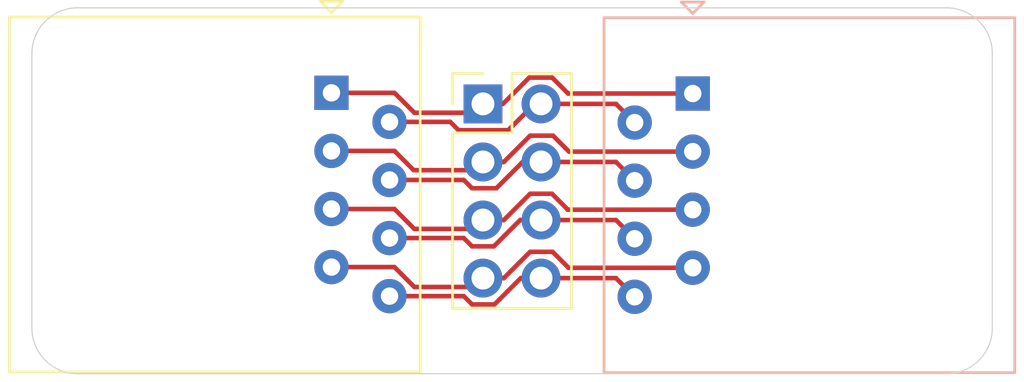
<source format=kicad_pcb>
(kicad_pcb (version 20240108) (generator "pcbnew") (generator_version "8.0")
  (title_block (title "Adaptor_RJ45") (date "2025-05-04") (rev "1.0") (company "NTURacing") (comment 1 "Jack Kuo"))
  (layers (0 "F.Cu" signal) (31 "B.Cu" signal) (34 "B.Paste" user) (35 "F.Paste" user) (36 "B.SilkS" user "B.Silkscreen") (37 "F.SilkS" user "F.Silkscreen") (38 "B.Mask" user) (39 "F.Mask" user) (44 "Edge.Cuts" user))
  (net 0 "")
  (net 1 "Net-(J3-Pin_6)")
  (net 2 "Net-(J3-Pin_8)")
  (net 3 "Net-(J3-Pin_3)")
  (net 4 "Net-(J3-Pin_4)")
  (net 5 "Net-(J3-Pin_1)")
  (net 6 "Net-(J3-Pin_5)")
  (net 7 "Net-(J3-Pin_2)")
  (net 8 "Net-(J3-Pin_7)")
  (footprint "Connector_PinHeader_2.54mm:PinHeader_2x04_P2.54mm_Vertical" (layer "F.Cu") (at 120.725 74.2)
    (property "Reference" "J3" (hide yes))
    (property "Value" "DIP")
    (fp_line (start -1.33 -1.33) (end 0 -1.33) (stroke (width 0.12)) (layer "F.SilkS"))
    (fp_line (start -1.33 0) (end -1.33 -1.33) (stroke (width 0.12)) (layer "F.SilkS"))
    (fp_line (start -1.33 1.27) (end -1.33 8.95) (stroke (width 0.12)) (layer "F.SilkS"))
    (fp_line (start -1.33 1.27) (end 1.27 1.27) (stroke (width 0.12)) (layer "F.SilkS"))
    (fp_line (start -1.33 8.95) (end 3.87 8.95) (stroke (width 0.12)) (layer "F.SilkS"))
    (fp_line (start 1.27 -1.33) (end 3.87 -1.33) (stroke (width 0.12)) (layer "F.SilkS"))
    (fp_line (start 1.27 1.27) (end 1.27 -1.33) (stroke (width 0.12)) (layer "F.SilkS"))
    (fp_line (start 3.87 -1.33) (end 3.87 8.95) (stroke (width 0.12)) (layer "F.SilkS"))
    (pad "1" thru_hole rect (at 0 0) (size 1.7 1.7) (drill 1) (layers "*.Cu" "*.Mask") (net 5 "Net-(J3-Pin_1)"))
    (pad "2" thru_hole oval (at 2.54 0) (size 1.7 1.7) (drill 1) (layers "*.Cu" "*.Mask") (net 7 "Net-(J3-Pin_2)"))
    (pad "3" thru_hole oval (at 0 2.54) (size 1.7 1.7) (drill 1) (layers "*.Cu" "*.Mask") (net 3 "Net-(J3-Pin_3)"))
    (pad "4" thru_hole oval (at 2.54 2.54) (size 1.7 1.7) (drill 1) (layers "*.Cu" "*.Mask") (net 4 "Net-(J3-Pin_4)"))
    (pad "5" thru_hole oval (at 0 5.08) (size 1.7 1.7) (drill 1) (layers "*.Cu" "*.Mask") (net 6 "Net-(J3-Pin_5)"))
    (pad "6" thru_hole oval (at 2.54 5.08) (size 1.7 1.7) (drill 1) (layers "*.Cu" "*.Mask") (net 1 "Net-(J3-Pin_6)"))
    (pad "7" thru_hole oval (at 0 7.62) (size 1.7 1.7) (drill 1) (layers "*.Cu" "*.Mask") (net 8 "Net-(J3-Pin_7)"))
    (pad "8" thru_hole oval (at 2.54 7.62) (size 1.7 1.7) (drill 1) (layers "*.Cu" "*.Mask") (net 2 "Net-(J3-Pin_8)"))
  )
  (footprint "Connector_RJ:RJ45_Amphenol_54602-x08_Horizontal" (layer "F.Cu") (at 114.1 73.7175 -90)
    (property "Reference" "J1" (hide yes))
    (property "Value" "RJ45")
    (fp_line (start -3.315 14.08) (end 12.205 14.08) (stroke (width 0.12)) (layer "F.SilkS"))
    (fp_line (start -4 0.5) (end -3.5 0) (stroke (width 0.12)) (layer "F.SilkS"))
    (fp_line (start -3.5 0) (end -4 -0.5) (stroke (width 0.12)) (layer "F.SilkS"))
    (fp_line (start -4 -0.5) (end -4 0.5) (stroke (width 0.12)) (layer "F.SilkS"))
    (fp_line (start -3.315 -3.88) (end -3.315 14.08) (stroke (width 0.12)) (layer "F.SilkS"))
    (fp_line (start 12.205 -3.88) (end 12.205 14.08) (stroke (width 0.12)) (layer "F.SilkS"))
    (fp_line (start 12.205 -3.88) (end -3.315 -3.88) (stroke (width 0.12)) (layer "F.SilkS"))
    (pad "" np_thru_hole circle (at -1.27 6.35 270) (size 3.2 3.2) (drill 3.2) (layers "*.Cu" "*.Mask"))
    (pad "" np_thru_hole circle (at 10.16 6.35 270) (size 3.2 3.2) (drill 3.2) (layers "*.Cu" "*.Mask"))
    (pad "1" thru_hole rect (at 0 0 270) (size 1.5 1.5) (drill 0.76) (layers "*.Cu" "*.Mask") (net 5 "Net-(J3-Pin_1)"))
    (pad "2" thru_hole circle (at 1.27 -2.54 270) (size 1.5 1.5) (drill 0.76) (layers "*.Cu" "*.Mask") (net 7 "Net-(J3-Pin_2)"))
    (pad "3" thru_hole circle (at 2.54 0 270) (size 1.5 1.5) (drill 0.76) (layers "*.Cu" "*.Mask") (net 3 "Net-(J3-Pin_3)"))
    (pad "4" thru_hole circle (at 3.81 -2.54 270) (size 1.5 1.5) (drill 0.76) (layers "*.Cu" "*.Mask") (net 4 "Net-(J3-Pin_4)"))
    (pad "5" thru_hole circle (at 5.08 0 270) (size 1.5 1.5) (drill 0.76) (layers "*.Cu" "*.Mask") (net 6 "Net-(J3-Pin_5)"))
    (pad "6" thru_hole circle (at 6.35 -2.54 270) (size 1.5 1.5) (drill 0.76) (layers "*.Cu" "*.Mask") (net 1 "Net-(J3-Pin_6)"))
    (pad "7" thru_hole circle (at 7.62 0 270) (size 1.5 1.5) (drill 0.76) (layers "*.Cu" "*.Mask") (net 8 "Net-(J3-Pin_7)"))
    (pad "8" thru_hole circle (at 8.89 -2.54 270) (size 1.5 1.5) (drill 0.76) (layers "*.Cu" "*.Mask") (net 2 "Net-(J3-Pin_8)"))
  )
  (footprint "Connector_RJ:RJ45_Amphenol_54602-x08_Horizontal" (layer "B.Cu") (at 129.9 73.7475 -90)
    (property "Reference" "J2" (hide yes))
    (property "Value" "RJ45")
    (fp_line (start -3.315 3.88) (end 12.205 3.88) (stroke (width 0.12)) (layer "B.SilkS"))
    (fp_line (start -4 0.5) (end -3.5 0) (stroke (width 0.12)) (layer "B.SilkS"))
    (fp_line (start -3.5 0) (end -4 -0.5) (stroke (width 0.12)) (layer "B.SilkS"))
    (fp_line (start -4 -0.5) (end -4 0.5) (stroke (width 0.12)) (layer "B.SilkS"))
    (fp_line (start -3.315 -14.08) (end -3.315 3.88) (stroke (width 0.12)) (layer "B.SilkS"))
    (fp_line (start 12.205 -14.08) (end 12.205 3.88) (stroke (width 0.12)) (layer "B.SilkS"))
    (fp_line (start 12.205 -14.08) (end -3.315 -14.08) (stroke (width 0.12)) (layer "B.SilkS"))
    (pad "" np_thru_hole circle (at -1.27 -6.35 270) (size 3.2 3.2) (drill 3.2) (layers "*.Cu" "*.Mask"))
    (pad "" np_thru_hole circle (at 10.16 -6.35 270) (size 3.2 3.2) (drill 3.2) (layers "*.Cu" "*.Mask"))
    (pad "1" thru_hole rect (at 0 0 270) (size 1.5 1.5) (drill 0.76) (layers "*.Cu" "*.Mask") (net 5 "Net-(J3-Pin_1)"))
    (pad "2" thru_hole circle (at 1.27 2.54 270) (size 1.5 1.5) (drill 0.76) (layers "*.Cu" "*.Mask") (net 7 "Net-(J3-Pin_2)"))
    (pad "3" thru_hole circle (at 2.54 0 270) (size 1.5 1.5) (drill 0.76) (layers "*.Cu" "*.Mask") (net 3 "Net-(J3-Pin_3)"))
    (pad "4" thru_hole circle (at 3.81 2.54 270) (size 1.5 1.5) (drill 0.76) (layers "*.Cu" "*.Mask") (net 4 "Net-(J3-Pin_4)"))
    (pad "5" thru_hole circle (at 5.08 0 270) (size 1.5 1.5) (drill 0.76) (layers "*.Cu" "*.Mask") (net 6 "Net-(J3-Pin_5)"))
    (pad "6" thru_hole circle (at 6.35 2.54 270) (size 1.5 1.5) (drill 0.76) (layers "*.Cu" "*.Mask") (net 1 "Net-(J3-Pin_6)"))
    (pad "7" thru_hole circle (at 7.62 0 270) (size 1.5 1.5) (drill 0.76) (layers "*.Cu" "*.Mask") (net 8 "Net-(J3-Pin_7)"))
    (pad "8" thru_hole circle (at 8.89 2.54 270) (size 1.5 1.5) (drill 0.76) (layers "*.Cu" "*.Mask") (net 2 "Net-(J3-Pin_8)"))
  )
  (gr_arc (start 101 72) (mid 101.585786 70.585786) (end 103 70) (stroke (width 0.05)) (layer "Edge.Cuts"))
  (gr_arc (start 103 86) (mid 101.585786 85.414214) (end 101 84) (stroke (width 0.05)) (layer "Edge.Cuts"))
  (gr_line (start 103 70) (end 141 70) (stroke (width 0.05)) (layer "Edge.Cuts"))
  (gr_line (start 141 86) (end 103 86) (stroke (width 0.05)) (layer "Edge.Cuts"))
  (gr_line (start 101 84) (end 101 72) (stroke (width 0.05)) (layer "Edge.Cuts"))
  (gr_line (start 143 72) (end 143 84) (stroke (width 0.05)) (layer "Edge.Cuts"))
  (gr_arc (start 141 70) (mid 142.414214 70.585786) (end 143 72) (stroke (width 0.05)) (layer "Edge.Cuts"))
  (gr_arc (start 143 84) (mid 142.414214 85.414214) (end 141 86) (stroke (width 0.05)) (layer "Edge.Cuts"))
  (segment (start 126.5425 79.28) (end 127.36 80.0975) (width 0.2) (layer "F.Cu") (net 1))
  (segment (start 116.64 80.0675) (end 119.886154 80.0675) (width 0.2) (layer "F.Cu") (net 1))
  (segment (start 119.886154 80.0675) (end 120.248654 80.43) (width 0.2) (layer "F.Cu") (net 1))
  (segment (start 123.265 79.28) (end 126.5425 79.28) (width 0.2) (layer "F.Cu") (net 1))
  (segment (start 120.248654 80.43) (end 121.201346 80.43) (width 0.2) (layer "F.Cu") (net 1))
  (segment (start 122.351346 79.28) (end 123.265 79.28) (width 0.2) (layer "F.Cu") (net 1))
  (segment (start 121.201346 80.43) (end 122.351346 79.28) (width 0.2) (layer "F.Cu") (net 1))
  (segment (start 119.886154 82.6075) (end 120.248654 82.97) (width 0.2) (layer "F.Cu") (net 2))
  (segment (start 121.23 82.97) (end 122.38 81.82) (width 0.2) (layer "F.Cu") (net 2))
  (segment (start 126.5425 81.82) (end 127.36 82.6375) (width 0.2) (layer "F.Cu") (net 2))
  (segment (start 123.265 81.82) (end 126.5425 81.82) (width 0.2) (layer "F.Cu") (net 2))
  (segment (start 122.38 81.82) (end 123.265 81.82) (width 0.2) (layer "F.Cu") (net 2))
  (segment (start 116.64 82.6075) (end 119.886154 82.6075) (width 0.2) (layer "F.Cu") (net 2))
  (segment (start 120.248654 82.97) (end 121.23 82.97) (width 0.2) (layer "F.Cu") (net 2))
  (segment (start 120.365 77.1) (end 120.725 76.74) (width 0.2) (layer "F.Cu") (net 3))
  (segment (start 120.725 76.74) (end 121.638654 76.74) (width 0.2) (layer "F.Cu") (net 3))
  (segment (start 123.79 75.59) (end 124.4875 76.2875) (width 0.2) (layer "F.Cu") (net 3))
  (segment (start 124.4875 76.2875) (end 129.9 76.2875) (width 0.2) (layer "F.Cu") (net 3))
  (segment (start 116.854925 76.2575) (end 117.697425 77.1) (width 0.2) (layer "F.Cu") (net 3))
  (segment (start 114.1 76.2575) (end 116.854925 76.2575) (width 0.2) (layer "F.Cu") (net 3))
  (segment (start 117.697425 77.1) (end 120.365 77.1) (width 0.2) (layer "F.Cu") (net 3))
  (segment (start 122.788654 75.59) (end 123.79 75.59) (width 0.2) (layer "F.Cu") (net 3))
  (segment (start 121.638654 76.74) (end 122.788654 75.59) (width 0.2) (layer "F.Cu") (net 3))
  (segment (start 120.248654 77.89) (end 121.31 77.89) (width 0.2) (layer "F.Cu") (net 4))
  (segment (start 121.31 77.89) (end 122.46 76.74) (width 0.2) (layer "F.Cu") (net 4))
  (segment (start 119.886154 77.5275) (end 120.248654 77.89) (width 0.2) (layer "F.Cu") (net 4))
  (segment (start 116.64 77.5275) (end 119.886154 77.5275) (width 0.2) (layer "F.Cu") (net 4))
  (segment (start 123.265 76.74) (end 126.5425 76.74) (width 0.2) (layer "F.Cu") (net 4))
  (segment (start 126.5425 76.74) (end 127.36 77.5575) (width 0.2) (layer "F.Cu") (net 4))
  (segment (start 122.46 76.74) (end 123.265 76.74) (width 0.2) (layer "F.Cu") (net 4))
  (segment (start 120.3375 74.5875) (end 120.725 74.2) (width 0.2) (layer "F.Cu") (net 5))
  (segment (start 117.724925 74.5875) (end 120.3375 74.5875) (width 0.2) (layer "F.Cu") (net 5))
  (segment (start 114.1 73.7175) (end 116.854925 73.7175) (width 0.2) (layer "F.Cu") (net 5))
  (segment (start 121.6 74.2) (end 120.725 74.2) (width 0.2) (layer "F.Cu") (net 5))
  (segment (start 124.4475 73.7475) (end 123.75 73.05) (width 0.2) (layer "F.Cu") (net 5))
  (segment (start 122.75 73.05) (end 121.6 74.2) (width 0.2) (layer "F.Cu") (net 5))
  (segment (start 123.75 73.05) (end 122.75 73.05) (width 0.2) (layer "F.Cu") (net 5))
  (segment (start 116.854925 73.7175) (end 117.724925 74.5875) (width 0.2) (layer "F.Cu") (net 5))
  (segment (start 129.9 73.7475) (end 124.4475 73.7475) (width 0.2) (layer "F.Cu") (net 5))
  (segment (start 116.854925 78.7975) (end 117.724925 79.6675) (width 0.2) (layer "F.Cu") (net 6))
  (segment (start 121.638654 79.28) (end 122.788654 78.13) (width 0.2) (layer "F.Cu") (net 6))
  (segment (start 124.415 78.803654) (end 124.415 78.815) (width 0.2) (layer "F.Cu") (net 6))
  (segment (start 122.788654 78.13) (end 123.741346 78.13) (width 0.2) (layer "F.Cu") (net 6))
  (segment (start 117.724925 79.6675) (end 120.3375 79.6675) (width 0.2) (layer "F.Cu") (net 6))
  (segment (start 120.3375 79.6675) (end 120.725 79.28) (width 0.2) (layer "F.Cu") (net 6))
  (segment (start 114.1 78.7975) (end 116.854925 78.7975) (width 0.2) (layer "F.Cu") (net 6))
  (segment (start 123.741346 78.13) (end 124.415 78.803654) (width 0.2) (layer "F.Cu") (net 6))
  (segment (start 124.415 78.815) (end 124.4275 78.8275) (width 0.2) (layer "F.Cu") (net 6))
  (segment (start 124.4275 78.8275) (end 129.9 78.8275) (width 0.2) (layer "F.Cu") (net 6))
  (segment (start 120.725 79.28) (end 121.638654 79.28) (width 0.2) (layer "F.Cu") (net 6))
  (segment (start 121.8325 75.35) (end 119.65625 75.35) (width 0.2) (layer "F.Cu") (net 7))
  (segment (start 126.5425 74.2) (end 127.36 75.0175) (width 0.2) (layer "F.Cu") (net 7))
  (segment (start 122.9825 74.2) (end 121.8325 75.35) (width 0.2) (layer "F.Cu") (net 7))
  (segment (start 119.29375 74.9875) (end 116.64 74.9875) (width 0.2) (layer "F.Cu") (net 7))
  (segment (start 123.265 74.2) (end 126.5425 74.2) (width 0.2) (layer "F.Cu") (net 7))
  (segment (start 119.65625 75.35) (end 119.29375 74.9875) (width 0.2) (layer "F.Cu") (net 7))
  (segment (start 123.265 74.2) (end 122.9825 74.2) (width 0.2) (layer "F.Cu") (net 7))
  (segment (start 120.725 81.82) (end 121.638654 81.82) (width 0.2) (layer "F.Cu") (net 8))
  (segment (start 117.724925 82.2075) (end 120.3375 82.2075) (width 0.2) (layer "F.Cu") (net 8))
  (segment (start 122.788654 80.67) (end 123.77 80.67) (width 0.2) (layer "F.Cu") (net 8))
  (segment (start 124.4675 81.3675) (end 129.9 81.3675) (width 0.2) (layer "F.Cu") (net 8))
  (segment (start 116.854925 81.3375) (end 117.724925 82.2075) (width 0.2) (layer "F.Cu") (net 8))
  (segment (start 114.1 81.3375) (end 116.854925 81.3375) (width 0.2) (layer "F.Cu") (net 8))
  (segment (start 120.3375 82.2075) (end 120.725 81.82) (width 0.2) (layer "F.Cu") (net 8))
  (segment (start 123.77 80.67) (end 124.4675 81.3675) (width 0.2) (layer "F.Cu") (net 8))
  (segment (start 121.638654 81.82) (end 122.788654 80.67) (width 0.2) (layer "F.Cu") (net 8))
)
</source>
